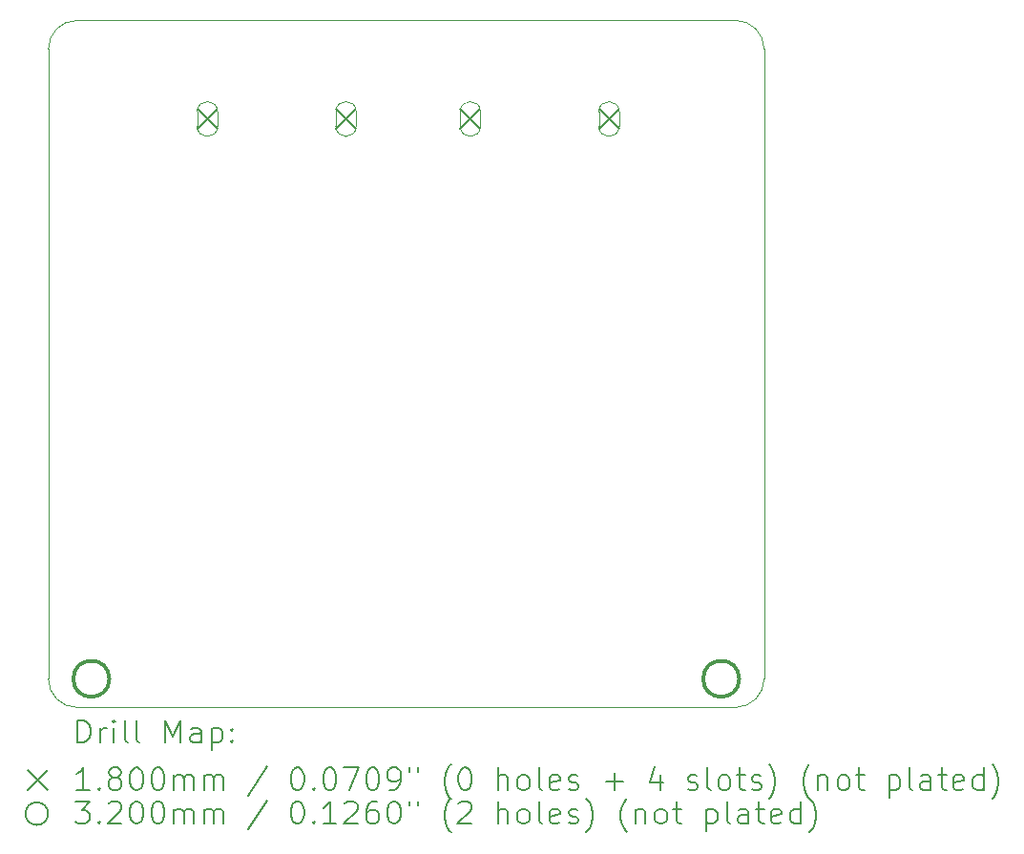
<source format=gbr>
%TF.GenerationSoftware,KiCad,Pcbnew,8.0.9*%
%TF.CreationDate,2025-03-02T14:16:50+01:00*%
%TF.ProjectId,cjss190,636a7373-3139-4302-9e6b-696361645f70,rev?*%
%TF.SameCoordinates,Original*%
%TF.FileFunction,Drillmap*%
%TF.FilePolarity,Positive*%
%FSLAX45Y45*%
G04 Gerber Fmt 4.5, Leading zero omitted, Abs format (unit mm)*
G04 Created by KiCad (PCBNEW 8.0.9) date 2025-03-02 14:16:50*
%MOMM*%
%LPD*%
G01*
G04 APERTURE LIST*
%ADD10C,0.050000*%
%ADD11C,0.200000*%
%ADD12C,0.180000*%
%ADD13C,0.100000*%
%ADD14C,0.320000*%
G04 APERTURE END LIST*
D10*
X4445000Y-4699000D02*
G75*
G02*
X4699000Y-4445000I254000J0D01*
G01*
X4699000Y-4445000D02*
X10541000Y-4445000D01*
X10795000Y-4699000D02*
X10795000Y-10287000D01*
X4699000Y-10541000D02*
G75*
G02*
X4445000Y-10287000I0J254000D01*
G01*
X4445000Y-10287000D02*
X4445000Y-4699000D01*
X10541000Y-4445000D02*
G75*
G02*
X10795000Y-4699000I0J-254000D01*
G01*
X10541000Y-10541000D02*
X4699000Y-10541000D01*
X10795000Y-10287000D02*
G75*
G02*
X10541000Y-10541000I-254000J0D01*
G01*
D11*
D12*
X5766000Y-5230000D02*
X5946000Y-5410000D01*
X5946000Y-5230000D02*
X5766000Y-5410000D01*
D13*
X5946000Y-5385000D02*
X5946000Y-5255000D01*
X5766000Y-5255000D02*
G75*
G02*
X5946000Y-5255000I90000J0D01*
G01*
X5766000Y-5255000D02*
X5766000Y-5385000D01*
X5766000Y-5385000D02*
G75*
G03*
X5946000Y-5385000I90000J0D01*
G01*
D12*
X6996000Y-5230000D02*
X7176000Y-5410000D01*
X7176000Y-5230000D02*
X6996000Y-5410000D01*
D13*
X7176000Y-5385000D02*
X7176000Y-5255000D01*
X6996000Y-5255000D02*
G75*
G02*
X7176000Y-5255000I90000J0D01*
G01*
X6996000Y-5255000D02*
X6996000Y-5385000D01*
X6996000Y-5385000D02*
G75*
G03*
X7176000Y-5385000I90000J0D01*
G01*
D12*
X8098975Y-5230000D02*
X8278975Y-5410000D01*
X8278975Y-5230000D02*
X8098975Y-5410000D01*
D13*
X8278975Y-5385000D02*
X8278975Y-5255000D01*
X8098975Y-5255000D02*
G75*
G02*
X8278975Y-5255000I90000J0D01*
G01*
X8098975Y-5255000D02*
X8098975Y-5385000D01*
X8098975Y-5385000D02*
G75*
G03*
X8278975Y-5385000I90000J0D01*
G01*
D12*
X9328975Y-5230000D02*
X9508975Y-5410000D01*
X9508975Y-5230000D02*
X9328975Y-5410000D01*
D13*
X9508975Y-5385000D02*
X9508975Y-5255000D01*
X9328975Y-5255000D02*
G75*
G02*
X9508975Y-5255000I90000J0D01*
G01*
X9328975Y-5255000D02*
X9328975Y-5385000D01*
X9328975Y-5385000D02*
G75*
G03*
X9508975Y-5385000I90000J0D01*
G01*
D14*
X4986000Y-10287000D02*
G75*
G02*
X4666000Y-10287000I-160000J0D01*
G01*
X4666000Y-10287000D02*
G75*
G02*
X4986000Y-10287000I160000J0D01*
G01*
X10574000Y-10287000D02*
G75*
G02*
X10254000Y-10287000I-160000J0D01*
G01*
X10254000Y-10287000D02*
G75*
G02*
X10574000Y-10287000I160000J0D01*
G01*
D11*
X4703277Y-10854984D02*
X4703277Y-10654984D01*
X4703277Y-10654984D02*
X4750896Y-10654984D01*
X4750896Y-10654984D02*
X4779467Y-10664508D01*
X4779467Y-10664508D02*
X4798515Y-10683555D01*
X4798515Y-10683555D02*
X4808039Y-10702603D01*
X4808039Y-10702603D02*
X4817563Y-10740698D01*
X4817563Y-10740698D02*
X4817563Y-10769270D01*
X4817563Y-10769270D02*
X4808039Y-10807365D01*
X4808039Y-10807365D02*
X4798515Y-10826412D01*
X4798515Y-10826412D02*
X4779467Y-10845460D01*
X4779467Y-10845460D02*
X4750896Y-10854984D01*
X4750896Y-10854984D02*
X4703277Y-10854984D01*
X4903277Y-10854984D02*
X4903277Y-10721650D01*
X4903277Y-10759746D02*
X4912801Y-10740698D01*
X4912801Y-10740698D02*
X4922324Y-10731174D01*
X4922324Y-10731174D02*
X4941372Y-10721650D01*
X4941372Y-10721650D02*
X4960420Y-10721650D01*
X5027086Y-10854984D02*
X5027086Y-10721650D01*
X5027086Y-10654984D02*
X5017563Y-10664508D01*
X5017563Y-10664508D02*
X5027086Y-10674031D01*
X5027086Y-10674031D02*
X5036610Y-10664508D01*
X5036610Y-10664508D02*
X5027086Y-10654984D01*
X5027086Y-10654984D02*
X5027086Y-10674031D01*
X5150896Y-10854984D02*
X5131848Y-10845460D01*
X5131848Y-10845460D02*
X5122324Y-10826412D01*
X5122324Y-10826412D02*
X5122324Y-10654984D01*
X5255658Y-10854984D02*
X5236610Y-10845460D01*
X5236610Y-10845460D02*
X5227086Y-10826412D01*
X5227086Y-10826412D02*
X5227086Y-10654984D01*
X5484229Y-10854984D02*
X5484229Y-10654984D01*
X5484229Y-10654984D02*
X5550896Y-10797841D01*
X5550896Y-10797841D02*
X5617562Y-10654984D01*
X5617562Y-10654984D02*
X5617562Y-10854984D01*
X5798515Y-10854984D02*
X5798515Y-10750222D01*
X5798515Y-10750222D02*
X5788991Y-10731174D01*
X5788991Y-10731174D02*
X5769943Y-10721650D01*
X5769943Y-10721650D02*
X5731848Y-10721650D01*
X5731848Y-10721650D02*
X5712801Y-10731174D01*
X5798515Y-10845460D02*
X5779467Y-10854984D01*
X5779467Y-10854984D02*
X5731848Y-10854984D01*
X5731848Y-10854984D02*
X5712801Y-10845460D01*
X5712801Y-10845460D02*
X5703277Y-10826412D01*
X5703277Y-10826412D02*
X5703277Y-10807365D01*
X5703277Y-10807365D02*
X5712801Y-10788317D01*
X5712801Y-10788317D02*
X5731848Y-10778793D01*
X5731848Y-10778793D02*
X5779467Y-10778793D01*
X5779467Y-10778793D02*
X5798515Y-10769270D01*
X5893753Y-10721650D02*
X5893753Y-10921650D01*
X5893753Y-10731174D02*
X5912801Y-10721650D01*
X5912801Y-10721650D02*
X5950896Y-10721650D01*
X5950896Y-10721650D02*
X5969943Y-10731174D01*
X5969943Y-10731174D02*
X5979467Y-10740698D01*
X5979467Y-10740698D02*
X5988991Y-10759746D01*
X5988991Y-10759746D02*
X5988991Y-10816889D01*
X5988991Y-10816889D02*
X5979467Y-10835936D01*
X5979467Y-10835936D02*
X5969943Y-10845460D01*
X5969943Y-10845460D02*
X5950896Y-10854984D01*
X5950896Y-10854984D02*
X5912801Y-10854984D01*
X5912801Y-10854984D02*
X5893753Y-10845460D01*
X6074705Y-10835936D02*
X6084229Y-10845460D01*
X6084229Y-10845460D02*
X6074705Y-10854984D01*
X6074705Y-10854984D02*
X6065182Y-10845460D01*
X6065182Y-10845460D02*
X6074705Y-10835936D01*
X6074705Y-10835936D02*
X6074705Y-10854984D01*
X6074705Y-10731174D02*
X6084229Y-10740698D01*
X6084229Y-10740698D02*
X6074705Y-10750222D01*
X6074705Y-10750222D02*
X6065182Y-10740698D01*
X6065182Y-10740698D02*
X6074705Y-10731174D01*
X6074705Y-10731174D02*
X6074705Y-10750222D01*
D12*
X4262500Y-11093500D02*
X4442500Y-11273500D01*
X4442500Y-11093500D02*
X4262500Y-11273500D01*
D11*
X4808039Y-11274984D02*
X4693753Y-11274984D01*
X4750896Y-11274984D02*
X4750896Y-11074984D01*
X4750896Y-11074984D02*
X4731848Y-11103555D01*
X4731848Y-11103555D02*
X4712801Y-11122603D01*
X4712801Y-11122603D02*
X4693753Y-11132127D01*
X4893753Y-11255936D02*
X4903277Y-11265460D01*
X4903277Y-11265460D02*
X4893753Y-11274984D01*
X4893753Y-11274984D02*
X4884229Y-11265460D01*
X4884229Y-11265460D02*
X4893753Y-11255936D01*
X4893753Y-11255936D02*
X4893753Y-11274984D01*
X5017563Y-11160698D02*
X4998515Y-11151174D01*
X4998515Y-11151174D02*
X4988991Y-11141650D01*
X4988991Y-11141650D02*
X4979467Y-11122603D01*
X4979467Y-11122603D02*
X4979467Y-11113079D01*
X4979467Y-11113079D02*
X4988991Y-11094031D01*
X4988991Y-11094031D02*
X4998515Y-11084508D01*
X4998515Y-11084508D02*
X5017563Y-11074984D01*
X5017563Y-11074984D02*
X5055658Y-11074984D01*
X5055658Y-11074984D02*
X5074705Y-11084508D01*
X5074705Y-11084508D02*
X5084229Y-11094031D01*
X5084229Y-11094031D02*
X5093753Y-11113079D01*
X5093753Y-11113079D02*
X5093753Y-11122603D01*
X5093753Y-11122603D02*
X5084229Y-11141650D01*
X5084229Y-11141650D02*
X5074705Y-11151174D01*
X5074705Y-11151174D02*
X5055658Y-11160698D01*
X5055658Y-11160698D02*
X5017563Y-11160698D01*
X5017563Y-11160698D02*
X4998515Y-11170222D01*
X4998515Y-11170222D02*
X4988991Y-11179746D01*
X4988991Y-11179746D02*
X4979467Y-11198793D01*
X4979467Y-11198793D02*
X4979467Y-11236888D01*
X4979467Y-11236888D02*
X4988991Y-11255936D01*
X4988991Y-11255936D02*
X4998515Y-11265460D01*
X4998515Y-11265460D02*
X5017563Y-11274984D01*
X5017563Y-11274984D02*
X5055658Y-11274984D01*
X5055658Y-11274984D02*
X5074705Y-11265460D01*
X5074705Y-11265460D02*
X5084229Y-11255936D01*
X5084229Y-11255936D02*
X5093753Y-11236888D01*
X5093753Y-11236888D02*
X5093753Y-11198793D01*
X5093753Y-11198793D02*
X5084229Y-11179746D01*
X5084229Y-11179746D02*
X5074705Y-11170222D01*
X5074705Y-11170222D02*
X5055658Y-11160698D01*
X5217563Y-11074984D02*
X5236610Y-11074984D01*
X5236610Y-11074984D02*
X5255658Y-11084508D01*
X5255658Y-11084508D02*
X5265182Y-11094031D01*
X5265182Y-11094031D02*
X5274705Y-11113079D01*
X5274705Y-11113079D02*
X5284229Y-11151174D01*
X5284229Y-11151174D02*
X5284229Y-11198793D01*
X5284229Y-11198793D02*
X5274705Y-11236888D01*
X5274705Y-11236888D02*
X5265182Y-11255936D01*
X5265182Y-11255936D02*
X5255658Y-11265460D01*
X5255658Y-11265460D02*
X5236610Y-11274984D01*
X5236610Y-11274984D02*
X5217563Y-11274984D01*
X5217563Y-11274984D02*
X5198515Y-11265460D01*
X5198515Y-11265460D02*
X5188991Y-11255936D01*
X5188991Y-11255936D02*
X5179467Y-11236888D01*
X5179467Y-11236888D02*
X5169944Y-11198793D01*
X5169944Y-11198793D02*
X5169944Y-11151174D01*
X5169944Y-11151174D02*
X5179467Y-11113079D01*
X5179467Y-11113079D02*
X5188991Y-11094031D01*
X5188991Y-11094031D02*
X5198515Y-11084508D01*
X5198515Y-11084508D02*
X5217563Y-11074984D01*
X5408039Y-11074984D02*
X5427086Y-11074984D01*
X5427086Y-11074984D02*
X5446134Y-11084508D01*
X5446134Y-11084508D02*
X5455658Y-11094031D01*
X5455658Y-11094031D02*
X5465182Y-11113079D01*
X5465182Y-11113079D02*
X5474705Y-11151174D01*
X5474705Y-11151174D02*
X5474705Y-11198793D01*
X5474705Y-11198793D02*
X5465182Y-11236888D01*
X5465182Y-11236888D02*
X5455658Y-11255936D01*
X5455658Y-11255936D02*
X5446134Y-11265460D01*
X5446134Y-11265460D02*
X5427086Y-11274984D01*
X5427086Y-11274984D02*
X5408039Y-11274984D01*
X5408039Y-11274984D02*
X5388991Y-11265460D01*
X5388991Y-11265460D02*
X5379467Y-11255936D01*
X5379467Y-11255936D02*
X5369944Y-11236888D01*
X5369944Y-11236888D02*
X5360420Y-11198793D01*
X5360420Y-11198793D02*
X5360420Y-11151174D01*
X5360420Y-11151174D02*
X5369944Y-11113079D01*
X5369944Y-11113079D02*
X5379467Y-11094031D01*
X5379467Y-11094031D02*
X5388991Y-11084508D01*
X5388991Y-11084508D02*
X5408039Y-11074984D01*
X5560420Y-11274984D02*
X5560420Y-11141650D01*
X5560420Y-11160698D02*
X5569944Y-11151174D01*
X5569944Y-11151174D02*
X5588991Y-11141650D01*
X5588991Y-11141650D02*
X5617563Y-11141650D01*
X5617563Y-11141650D02*
X5636610Y-11151174D01*
X5636610Y-11151174D02*
X5646134Y-11170222D01*
X5646134Y-11170222D02*
X5646134Y-11274984D01*
X5646134Y-11170222D02*
X5655658Y-11151174D01*
X5655658Y-11151174D02*
X5674705Y-11141650D01*
X5674705Y-11141650D02*
X5703277Y-11141650D01*
X5703277Y-11141650D02*
X5722324Y-11151174D01*
X5722324Y-11151174D02*
X5731848Y-11170222D01*
X5731848Y-11170222D02*
X5731848Y-11274984D01*
X5827086Y-11274984D02*
X5827086Y-11141650D01*
X5827086Y-11160698D02*
X5836610Y-11151174D01*
X5836610Y-11151174D02*
X5855658Y-11141650D01*
X5855658Y-11141650D02*
X5884229Y-11141650D01*
X5884229Y-11141650D02*
X5903277Y-11151174D01*
X5903277Y-11151174D02*
X5912801Y-11170222D01*
X5912801Y-11170222D02*
X5912801Y-11274984D01*
X5912801Y-11170222D02*
X5922324Y-11151174D01*
X5922324Y-11151174D02*
X5941372Y-11141650D01*
X5941372Y-11141650D02*
X5969943Y-11141650D01*
X5969943Y-11141650D02*
X5988991Y-11151174D01*
X5988991Y-11151174D02*
X5998515Y-11170222D01*
X5998515Y-11170222D02*
X5998515Y-11274984D01*
X6388991Y-11065460D02*
X6217563Y-11322603D01*
X6646134Y-11074984D02*
X6665182Y-11074984D01*
X6665182Y-11074984D02*
X6684229Y-11084508D01*
X6684229Y-11084508D02*
X6693753Y-11094031D01*
X6693753Y-11094031D02*
X6703277Y-11113079D01*
X6703277Y-11113079D02*
X6712801Y-11151174D01*
X6712801Y-11151174D02*
X6712801Y-11198793D01*
X6712801Y-11198793D02*
X6703277Y-11236888D01*
X6703277Y-11236888D02*
X6693753Y-11255936D01*
X6693753Y-11255936D02*
X6684229Y-11265460D01*
X6684229Y-11265460D02*
X6665182Y-11274984D01*
X6665182Y-11274984D02*
X6646134Y-11274984D01*
X6646134Y-11274984D02*
X6627086Y-11265460D01*
X6627086Y-11265460D02*
X6617563Y-11255936D01*
X6617563Y-11255936D02*
X6608039Y-11236888D01*
X6608039Y-11236888D02*
X6598515Y-11198793D01*
X6598515Y-11198793D02*
X6598515Y-11151174D01*
X6598515Y-11151174D02*
X6608039Y-11113079D01*
X6608039Y-11113079D02*
X6617563Y-11094031D01*
X6617563Y-11094031D02*
X6627086Y-11084508D01*
X6627086Y-11084508D02*
X6646134Y-11074984D01*
X6798515Y-11255936D02*
X6808039Y-11265460D01*
X6808039Y-11265460D02*
X6798515Y-11274984D01*
X6798515Y-11274984D02*
X6788991Y-11265460D01*
X6788991Y-11265460D02*
X6798515Y-11255936D01*
X6798515Y-11255936D02*
X6798515Y-11274984D01*
X6931848Y-11074984D02*
X6950896Y-11074984D01*
X6950896Y-11074984D02*
X6969944Y-11084508D01*
X6969944Y-11084508D02*
X6979467Y-11094031D01*
X6979467Y-11094031D02*
X6988991Y-11113079D01*
X6988991Y-11113079D02*
X6998515Y-11151174D01*
X6998515Y-11151174D02*
X6998515Y-11198793D01*
X6998515Y-11198793D02*
X6988991Y-11236888D01*
X6988991Y-11236888D02*
X6979467Y-11255936D01*
X6979467Y-11255936D02*
X6969944Y-11265460D01*
X6969944Y-11265460D02*
X6950896Y-11274984D01*
X6950896Y-11274984D02*
X6931848Y-11274984D01*
X6931848Y-11274984D02*
X6912801Y-11265460D01*
X6912801Y-11265460D02*
X6903277Y-11255936D01*
X6903277Y-11255936D02*
X6893753Y-11236888D01*
X6893753Y-11236888D02*
X6884229Y-11198793D01*
X6884229Y-11198793D02*
X6884229Y-11151174D01*
X6884229Y-11151174D02*
X6893753Y-11113079D01*
X6893753Y-11113079D02*
X6903277Y-11094031D01*
X6903277Y-11094031D02*
X6912801Y-11084508D01*
X6912801Y-11084508D02*
X6931848Y-11074984D01*
X7065182Y-11074984D02*
X7198515Y-11074984D01*
X7198515Y-11074984D02*
X7112801Y-11274984D01*
X7312801Y-11074984D02*
X7331848Y-11074984D01*
X7331848Y-11074984D02*
X7350896Y-11084508D01*
X7350896Y-11084508D02*
X7360420Y-11094031D01*
X7360420Y-11094031D02*
X7369944Y-11113079D01*
X7369944Y-11113079D02*
X7379467Y-11151174D01*
X7379467Y-11151174D02*
X7379467Y-11198793D01*
X7379467Y-11198793D02*
X7369944Y-11236888D01*
X7369944Y-11236888D02*
X7360420Y-11255936D01*
X7360420Y-11255936D02*
X7350896Y-11265460D01*
X7350896Y-11265460D02*
X7331848Y-11274984D01*
X7331848Y-11274984D02*
X7312801Y-11274984D01*
X7312801Y-11274984D02*
X7293753Y-11265460D01*
X7293753Y-11265460D02*
X7284229Y-11255936D01*
X7284229Y-11255936D02*
X7274706Y-11236888D01*
X7274706Y-11236888D02*
X7265182Y-11198793D01*
X7265182Y-11198793D02*
X7265182Y-11151174D01*
X7265182Y-11151174D02*
X7274706Y-11113079D01*
X7274706Y-11113079D02*
X7284229Y-11094031D01*
X7284229Y-11094031D02*
X7293753Y-11084508D01*
X7293753Y-11084508D02*
X7312801Y-11074984D01*
X7474706Y-11274984D02*
X7512801Y-11274984D01*
X7512801Y-11274984D02*
X7531848Y-11265460D01*
X7531848Y-11265460D02*
X7541372Y-11255936D01*
X7541372Y-11255936D02*
X7560420Y-11227365D01*
X7560420Y-11227365D02*
X7569944Y-11189269D01*
X7569944Y-11189269D02*
X7569944Y-11113079D01*
X7569944Y-11113079D02*
X7560420Y-11094031D01*
X7560420Y-11094031D02*
X7550896Y-11084508D01*
X7550896Y-11084508D02*
X7531848Y-11074984D01*
X7531848Y-11074984D02*
X7493753Y-11074984D01*
X7493753Y-11074984D02*
X7474706Y-11084508D01*
X7474706Y-11084508D02*
X7465182Y-11094031D01*
X7465182Y-11094031D02*
X7455658Y-11113079D01*
X7455658Y-11113079D02*
X7455658Y-11160698D01*
X7455658Y-11160698D02*
X7465182Y-11179746D01*
X7465182Y-11179746D02*
X7474706Y-11189269D01*
X7474706Y-11189269D02*
X7493753Y-11198793D01*
X7493753Y-11198793D02*
X7531848Y-11198793D01*
X7531848Y-11198793D02*
X7550896Y-11189269D01*
X7550896Y-11189269D02*
X7560420Y-11179746D01*
X7560420Y-11179746D02*
X7569944Y-11160698D01*
X7646134Y-11074984D02*
X7646134Y-11113079D01*
X7722325Y-11074984D02*
X7722325Y-11113079D01*
X8017563Y-11351174D02*
X8008039Y-11341650D01*
X8008039Y-11341650D02*
X7988991Y-11313079D01*
X7988991Y-11313079D02*
X7979468Y-11294031D01*
X7979468Y-11294031D02*
X7969944Y-11265460D01*
X7969944Y-11265460D02*
X7960420Y-11217841D01*
X7960420Y-11217841D02*
X7960420Y-11179746D01*
X7960420Y-11179746D02*
X7969944Y-11132127D01*
X7969944Y-11132127D02*
X7979468Y-11103555D01*
X7979468Y-11103555D02*
X7988991Y-11084508D01*
X7988991Y-11084508D02*
X8008039Y-11055936D01*
X8008039Y-11055936D02*
X8017563Y-11046412D01*
X8131848Y-11074984D02*
X8150896Y-11074984D01*
X8150896Y-11074984D02*
X8169944Y-11084508D01*
X8169944Y-11084508D02*
X8179468Y-11094031D01*
X8179468Y-11094031D02*
X8188991Y-11113079D01*
X8188991Y-11113079D02*
X8198515Y-11151174D01*
X8198515Y-11151174D02*
X8198515Y-11198793D01*
X8198515Y-11198793D02*
X8188991Y-11236888D01*
X8188991Y-11236888D02*
X8179468Y-11255936D01*
X8179468Y-11255936D02*
X8169944Y-11265460D01*
X8169944Y-11265460D02*
X8150896Y-11274984D01*
X8150896Y-11274984D02*
X8131848Y-11274984D01*
X8131848Y-11274984D02*
X8112801Y-11265460D01*
X8112801Y-11265460D02*
X8103277Y-11255936D01*
X8103277Y-11255936D02*
X8093753Y-11236888D01*
X8093753Y-11236888D02*
X8084229Y-11198793D01*
X8084229Y-11198793D02*
X8084229Y-11151174D01*
X8084229Y-11151174D02*
X8093753Y-11113079D01*
X8093753Y-11113079D02*
X8103277Y-11094031D01*
X8103277Y-11094031D02*
X8112801Y-11084508D01*
X8112801Y-11084508D02*
X8131848Y-11074984D01*
X8436611Y-11274984D02*
X8436611Y-11074984D01*
X8522325Y-11274984D02*
X8522325Y-11170222D01*
X8522325Y-11170222D02*
X8512801Y-11151174D01*
X8512801Y-11151174D02*
X8493753Y-11141650D01*
X8493753Y-11141650D02*
X8465182Y-11141650D01*
X8465182Y-11141650D02*
X8446134Y-11151174D01*
X8446134Y-11151174D02*
X8436611Y-11160698D01*
X8646134Y-11274984D02*
X8627087Y-11265460D01*
X8627087Y-11265460D02*
X8617563Y-11255936D01*
X8617563Y-11255936D02*
X8608039Y-11236888D01*
X8608039Y-11236888D02*
X8608039Y-11179746D01*
X8608039Y-11179746D02*
X8617563Y-11160698D01*
X8617563Y-11160698D02*
X8627087Y-11151174D01*
X8627087Y-11151174D02*
X8646134Y-11141650D01*
X8646134Y-11141650D02*
X8674706Y-11141650D01*
X8674706Y-11141650D02*
X8693753Y-11151174D01*
X8693753Y-11151174D02*
X8703277Y-11160698D01*
X8703277Y-11160698D02*
X8712801Y-11179746D01*
X8712801Y-11179746D02*
X8712801Y-11236888D01*
X8712801Y-11236888D02*
X8703277Y-11255936D01*
X8703277Y-11255936D02*
X8693753Y-11265460D01*
X8693753Y-11265460D02*
X8674706Y-11274984D01*
X8674706Y-11274984D02*
X8646134Y-11274984D01*
X8827087Y-11274984D02*
X8808039Y-11265460D01*
X8808039Y-11265460D02*
X8798515Y-11246412D01*
X8798515Y-11246412D02*
X8798515Y-11074984D01*
X8979468Y-11265460D02*
X8960420Y-11274984D01*
X8960420Y-11274984D02*
X8922325Y-11274984D01*
X8922325Y-11274984D02*
X8903277Y-11265460D01*
X8903277Y-11265460D02*
X8893753Y-11246412D01*
X8893753Y-11246412D02*
X8893753Y-11170222D01*
X8893753Y-11170222D02*
X8903277Y-11151174D01*
X8903277Y-11151174D02*
X8922325Y-11141650D01*
X8922325Y-11141650D02*
X8960420Y-11141650D01*
X8960420Y-11141650D02*
X8979468Y-11151174D01*
X8979468Y-11151174D02*
X8988992Y-11170222D01*
X8988992Y-11170222D02*
X8988992Y-11189269D01*
X8988992Y-11189269D02*
X8893753Y-11208317D01*
X9065182Y-11265460D02*
X9084230Y-11274984D01*
X9084230Y-11274984D02*
X9122325Y-11274984D01*
X9122325Y-11274984D02*
X9141373Y-11265460D01*
X9141373Y-11265460D02*
X9150896Y-11246412D01*
X9150896Y-11246412D02*
X9150896Y-11236888D01*
X9150896Y-11236888D02*
X9141373Y-11217841D01*
X9141373Y-11217841D02*
X9122325Y-11208317D01*
X9122325Y-11208317D02*
X9093753Y-11208317D01*
X9093753Y-11208317D02*
X9074706Y-11198793D01*
X9074706Y-11198793D02*
X9065182Y-11179746D01*
X9065182Y-11179746D02*
X9065182Y-11170222D01*
X9065182Y-11170222D02*
X9074706Y-11151174D01*
X9074706Y-11151174D02*
X9093753Y-11141650D01*
X9093753Y-11141650D02*
X9122325Y-11141650D01*
X9122325Y-11141650D02*
X9141373Y-11151174D01*
X9388992Y-11198793D02*
X9541373Y-11198793D01*
X9465182Y-11274984D02*
X9465182Y-11122603D01*
X9874706Y-11141650D02*
X9874706Y-11274984D01*
X9827087Y-11065460D02*
X9779468Y-11208317D01*
X9779468Y-11208317D02*
X9903277Y-11208317D01*
X10122325Y-11265460D02*
X10141373Y-11274984D01*
X10141373Y-11274984D02*
X10179468Y-11274984D01*
X10179468Y-11274984D02*
X10198516Y-11265460D01*
X10198516Y-11265460D02*
X10208039Y-11246412D01*
X10208039Y-11246412D02*
X10208039Y-11236888D01*
X10208039Y-11236888D02*
X10198516Y-11217841D01*
X10198516Y-11217841D02*
X10179468Y-11208317D01*
X10179468Y-11208317D02*
X10150896Y-11208317D01*
X10150896Y-11208317D02*
X10131849Y-11198793D01*
X10131849Y-11198793D02*
X10122325Y-11179746D01*
X10122325Y-11179746D02*
X10122325Y-11170222D01*
X10122325Y-11170222D02*
X10131849Y-11151174D01*
X10131849Y-11151174D02*
X10150896Y-11141650D01*
X10150896Y-11141650D02*
X10179468Y-11141650D01*
X10179468Y-11141650D02*
X10198516Y-11151174D01*
X10322325Y-11274984D02*
X10303277Y-11265460D01*
X10303277Y-11265460D02*
X10293754Y-11246412D01*
X10293754Y-11246412D02*
X10293754Y-11074984D01*
X10427087Y-11274984D02*
X10408039Y-11265460D01*
X10408039Y-11265460D02*
X10398516Y-11255936D01*
X10398516Y-11255936D02*
X10388992Y-11236888D01*
X10388992Y-11236888D02*
X10388992Y-11179746D01*
X10388992Y-11179746D02*
X10398516Y-11160698D01*
X10398516Y-11160698D02*
X10408039Y-11151174D01*
X10408039Y-11151174D02*
X10427087Y-11141650D01*
X10427087Y-11141650D02*
X10455658Y-11141650D01*
X10455658Y-11141650D02*
X10474706Y-11151174D01*
X10474706Y-11151174D02*
X10484230Y-11160698D01*
X10484230Y-11160698D02*
X10493754Y-11179746D01*
X10493754Y-11179746D02*
X10493754Y-11236888D01*
X10493754Y-11236888D02*
X10484230Y-11255936D01*
X10484230Y-11255936D02*
X10474706Y-11265460D01*
X10474706Y-11265460D02*
X10455658Y-11274984D01*
X10455658Y-11274984D02*
X10427087Y-11274984D01*
X10550897Y-11141650D02*
X10627087Y-11141650D01*
X10579468Y-11074984D02*
X10579468Y-11246412D01*
X10579468Y-11246412D02*
X10588992Y-11265460D01*
X10588992Y-11265460D02*
X10608039Y-11274984D01*
X10608039Y-11274984D02*
X10627087Y-11274984D01*
X10684230Y-11265460D02*
X10703277Y-11274984D01*
X10703277Y-11274984D02*
X10741373Y-11274984D01*
X10741373Y-11274984D02*
X10760420Y-11265460D01*
X10760420Y-11265460D02*
X10769944Y-11246412D01*
X10769944Y-11246412D02*
X10769944Y-11236888D01*
X10769944Y-11236888D02*
X10760420Y-11217841D01*
X10760420Y-11217841D02*
X10741373Y-11208317D01*
X10741373Y-11208317D02*
X10712801Y-11208317D01*
X10712801Y-11208317D02*
X10693754Y-11198793D01*
X10693754Y-11198793D02*
X10684230Y-11179746D01*
X10684230Y-11179746D02*
X10684230Y-11170222D01*
X10684230Y-11170222D02*
X10693754Y-11151174D01*
X10693754Y-11151174D02*
X10712801Y-11141650D01*
X10712801Y-11141650D02*
X10741373Y-11141650D01*
X10741373Y-11141650D02*
X10760420Y-11151174D01*
X10836611Y-11351174D02*
X10846135Y-11341650D01*
X10846135Y-11341650D02*
X10865182Y-11313079D01*
X10865182Y-11313079D02*
X10874706Y-11294031D01*
X10874706Y-11294031D02*
X10884230Y-11265460D01*
X10884230Y-11265460D02*
X10893754Y-11217841D01*
X10893754Y-11217841D02*
X10893754Y-11179746D01*
X10893754Y-11179746D02*
X10884230Y-11132127D01*
X10884230Y-11132127D02*
X10874706Y-11103555D01*
X10874706Y-11103555D02*
X10865182Y-11084508D01*
X10865182Y-11084508D02*
X10846135Y-11055936D01*
X10846135Y-11055936D02*
X10836611Y-11046412D01*
X11198516Y-11351174D02*
X11188992Y-11341650D01*
X11188992Y-11341650D02*
X11169944Y-11313079D01*
X11169944Y-11313079D02*
X11160420Y-11294031D01*
X11160420Y-11294031D02*
X11150897Y-11265460D01*
X11150897Y-11265460D02*
X11141373Y-11217841D01*
X11141373Y-11217841D02*
X11141373Y-11179746D01*
X11141373Y-11179746D02*
X11150897Y-11132127D01*
X11150897Y-11132127D02*
X11160420Y-11103555D01*
X11160420Y-11103555D02*
X11169944Y-11084508D01*
X11169944Y-11084508D02*
X11188992Y-11055936D01*
X11188992Y-11055936D02*
X11198516Y-11046412D01*
X11274706Y-11141650D02*
X11274706Y-11274984D01*
X11274706Y-11160698D02*
X11284230Y-11151174D01*
X11284230Y-11151174D02*
X11303277Y-11141650D01*
X11303277Y-11141650D02*
X11331849Y-11141650D01*
X11331849Y-11141650D02*
X11350896Y-11151174D01*
X11350896Y-11151174D02*
X11360420Y-11170222D01*
X11360420Y-11170222D02*
X11360420Y-11274984D01*
X11484230Y-11274984D02*
X11465182Y-11265460D01*
X11465182Y-11265460D02*
X11455658Y-11255936D01*
X11455658Y-11255936D02*
X11446135Y-11236888D01*
X11446135Y-11236888D02*
X11446135Y-11179746D01*
X11446135Y-11179746D02*
X11455658Y-11160698D01*
X11455658Y-11160698D02*
X11465182Y-11151174D01*
X11465182Y-11151174D02*
X11484230Y-11141650D01*
X11484230Y-11141650D02*
X11512801Y-11141650D01*
X11512801Y-11141650D02*
X11531849Y-11151174D01*
X11531849Y-11151174D02*
X11541373Y-11160698D01*
X11541373Y-11160698D02*
X11550896Y-11179746D01*
X11550896Y-11179746D02*
X11550896Y-11236888D01*
X11550896Y-11236888D02*
X11541373Y-11255936D01*
X11541373Y-11255936D02*
X11531849Y-11265460D01*
X11531849Y-11265460D02*
X11512801Y-11274984D01*
X11512801Y-11274984D02*
X11484230Y-11274984D01*
X11608039Y-11141650D02*
X11684230Y-11141650D01*
X11636611Y-11074984D02*
X11636611Y-11246412D01*
X11636611Y-11246412D02*
X11646135Y-11265460D01*
X11646135Y-11265460D02*
X11665182Y-11274984D01*
X11665182Y-11274984D02*
X11684230Y-11274984D01*
X11903277Y-11141650D02*
X11903277Y-11341650D01*
X11903277Y-11151174D02*
X11922325Y-11141650D01*
X11922325Y-11141650D02*
X11960420Y-11141650D01*
X11960420Y-11141650D02*
X11979468Y-11151174D01*
X11979468Y-11151174D02*
X11988992Y-11160698D01*
X11988992Y-11160698D02*
X11998516Y-11179746D01*
X11998516Y-11179746D02*
X11998516Y-11236888D01*
X11998516Y-11236888D02*
X11988992Y-11255936D01*
X11988992Y-11255936D02*
X11979468Y-11265460D01*
X11979468Y-11265460D02*
X11960420Y-11274984D01*
X11960420Y-11274984D02*
X11922325Y-11274984D01*
X11922325Y-11274984D02*
X11903277Y-11265460D01*
X12112801Y-11274984D02*
X12093754Y-11265460D01*
X12093754Y-11265460D02*
X12084230Y-11246412D01*
X12084230Y-11246412D02*
X12084230Y-11074984D01*
X12274706Y-11274984D02*
X12274706Y-11170222D01*
X12274706Y-11170222D02*
X12265182Y-11151174D01*
X12265182Y-11151174D02*
X12246135Y-11141650D01*
X12246135Y-11141650D02*
X12208039Y-11141650D01*
X12208039Y-11141650D02*
X12188992Y-11151174D01*
X12274706Y-11265460D02*
X12255658Y-11274984D01*
X12255658Y-11274984D02*
X12208039Y-11274984D01*
X12208039Y-11274984D02*
X12188992Y-11265460D01*
X12188992Y-11265460D02*
X12179468Y-11246412D01*
X12179468Y-11246412D02*
X12179468Y-11227365D01*
X12179468Y-11227365D02*
X12188992Y-11208317D01*
X12188992Y-11208317D02*
X12208039Y-11198793D01*
X12208039Y-11198793D02*
X12255658Y-11198793D01*
X12255658Y-11198793D02*
X12274706Y-11189269D01*
X12341373Y-11141650D02*
X12417563Y-11141650D01*
X12369944Y-11074984D02*
X12369944Y-11246412D01*
X12369944Y-11246412D02*
X12379468Y-11265460D01*
X12379468Y-11265460D02*
X12398516Y-11274984D01*
X12398516Y-11274984D02*
X12417563Y-11274984D01*
X12560420Y-11265460D02*
X12541373Y-11274984D01*
X12541373Y-11274984D02*
X12503277Y-11274984D01*
X12503277Y-11274984D02*
X12484230Y-11265460D01*
X12484230Y-11265460D02*
X12474706Y-11246412D01*
X12474706Y-11246412D02*
X12474706Y-11170222D01*
X12474706Y-11170222D02*
X12484230Y-11151174D01*
X12484230Y-11151174D02*
X12503277Y-11141650D01*
X12503277Y-11141650D02*
X12541373Y-11141650D01*
X12541373Y-11141650D02*
X12560420Y-11151174D01*
X12560420Y-11151174D02*
X12569944Y-11170222D01*
X12569944Y-11170222D02*
X12569944Y-11189269D01*
X12569944Y-11189269D02*
X12474706Y-11208317D01*
X12741373Y-11274984D02*
X12741373Y-11074984D01*
X12741373Y-11265460D02*
X12722325Y-11274984D01*
X12722325Y-11274984D02*
X12684230Y-11274984D01*
X12684230Y-11274984D02*
X12665182Y-11265460D01*
X12665182Y-11265460D02*
X12655658Y-11255936D01*
X12655658Y-11255936D02*
X12646135Y-11236888D01*
X12646135Y-11236888D02*
X12646135Y-11179746D01*
X12646135Y-11179746D02*
X12655658Y-11160698D01*
X12655658Y-11160698D02*
X12665182Y-11151174D01*
X12665182Y-11151174D02*
X12684230Y-11141650D01*
X12684230Y-11141650D02*
X12722325Y-11141650D01*
X12722325Y-11141650D02*
X12741373Y-11151174D01*
X12817563Y-11351174D02*
X12827087Y-11341650D01*
X12827087Y-11341650D02*
X12846135Y-11313079D01*
X12846135Y-11313079D02*
X12855658Y-11294031D01*
X12855658Y-11294031D02*
X12865182Y-11265460D01*
X12865182Y-11265460D02*
X12874706Y-11217841D01*
X12874706Y-11217841D02*
X12874706Y-11179746D01*
X12874706Y-11179746D02*
X12865182Y-11132127D01*
X12865182Y-11132127D02*
X12855658Y-11103555D01*
X12855658Y-11103555D02*
X12846135Y-11084508D01*
X12846135Y-11084508D02*
X12827087Y-11055936D01*
X12827087Y-11055936D02*
X12817563Y-11046412D01*
X4442500Y-11483500D02*
G75*
G02*
X4242500Y-11483500I-100000J0D01*
G01*
X4242500Y-11483500D02*
G75*
G02*
X4442500Y-11483500I100000J0D01*
G01*
X4684229Y-11374984D02*
X4808039Y-11374984D01*
X4808039Y-11374984D02*
X4741372Y-11451174D01*
X4741372Y-11451174D02*
X4769944Y-11451174D01*
X4769944Y-11451174D02*
X4788991Y-11460698D01*
X4788991Y-11460698D02*
X4798515Y-11470222D01*
X4798515Y-11470222D02*
X4808039Y-11489269D01*
X4808039Y-11489269D02*
X4808039Y-11536888D01*
X4808039Y-11536888D02*
X4798515Y-11555936D01*
X4798515Y-11555936D02*
X4788991Y-11565460D01*
X4788991Y-11565460D02*
X4769944Y-11574984D01*
X4769944Y-11574984D02*
X4712801Y-11574984D01*
X4712801Y-11574984D02*
X4693753Y-11565460D01*
X4693753Y-11565460D02*
X4684229Y-11555936D01*
X4893753Y-11555936D02*
X4903277Y-11565460D01*
X4903277Y-11565460D02*
X4893753Y-11574984D01*
X4893753Y-11574984D02*
X4884229Y-11565460D01*
X4884229Y-11565460D02*
X4893753Y-11555936D01*
X4893753Y-11555936D02*
X4893753Y-11574984D01*
X4979467Y-11394031D02*
X4988991Y-11384508D01*
X4988991Y-11384508D02*
X5008039Y-11374984D01*
X5008039Y-11374984D02*
X5055658Y-11374984D01*
X5055658Y-11374984D02*
X5074705Y-11384508D01*
X5074705Y-11384508D02*
X5084229Y-11394031D01*
X5084229Y-11394031D02*
X5093753Y-11413079D01*
X5093753Y-11413079D02*
X5093753Y-11432127D01*
X5093753Y-11432127D02*
X5084229Y-11460698D01*
X5084229Y-11460698D02*
X4969944Y-11574984D01*
X4969944Y-11574984D02*
X5093753Y-11574984D01*
X5217563Y-11374984D02*
X5236610Y-11374984D01*
X5236610Y-11374984D02*
X5255658Y-11384508D01*
X5255658Y-11384508D02*
X5265182Y-11394031D01*
X5265182Y-11394031D02*
X5274705Y-11413079D01*
X5274705Y-11413079D02*
X5284229Y-11451174D01*
X5284229Y-11451174D02*
X5284229Y-11498793D01*
X5284229Y-11498793D02*
X5274705Y-11536888D01*
X5274705Y-11536888D02*
X5265182Y-11555936D01*
X5265182Y-11555936D02*
X5255658Y-11565460D01*
X5255658Y-11565460D02*
X5236610Y-11574984D01*
X5236610Y-11574984D02*
X5217563Y-11574984D01*
X5217563Y-11574984D02*
X5198515Y-11565460D01*
X5198515Y-11565460D02*
X5188991Y-11555936D01*
X5188991Y-11555936D02*
X5179467Y-11536888D01*
X5179467Y-11536888D02*
X5169944Y-11498793D01*
X5169944Y-11498793D02*
X5169944Y-11451174D01*
X5169944Y-11451174D02*
X5179467Y-11413079D01*
X5179467Y-11413079D02*
X5188991Y-11394031D01*
X5188991Y-11394031D02*
X5198515Y-11384508D01*
X5198515Y-11384508D02*
X5217563Y-11374984D01*
X5408039Y-11374984D02*
X5427086Y-11374984D01*
X5427086Y-11374984D02*
X5446134Y-11384508D01*
X5446134Y-11384508D02*
X5455658Y-11394031D01*
X5455658Y-11394031D02*
X5465182Y-11413079D01*
X5465182Y-11413079D02*
X5474705Y-11451174D01*
X5474705Y-11451174D02*
X5474705Y-11498793D01*
X5474705Y-11498793D02*
X5465182Y-11536888D01*
X5465182Y-11536888D02*
X5455658Y-11555936D01*
X5455658Y-11555936D02*
X5446134Y-11565460D01*
X5446134Y-11565460D02*
X5427086Y-11574984D01*
X5427086Y-11574984D02*
X5408039Y-11574984D01*
X5408039Y-11574984D02*
X5388991Y-11565460D01*
X5388991Y-11565460D02*
X5379467Y-11555936D01*
X5379467Y-11555936D02*
X5369944Y-11536888D01*
X5369944Y-11536888D02*
X5360420Y-11498793D01*
X5360420Y-11498793D02*
X5360420Y-11451174D01*
X5360420Y-11451174D02*
X5369944Y-11413079D01*
X5369944Y-11413079D02*
X5379467Y-11394031D01*
X5379467Y-11394031D02*
X5388991Y-11384508D01*
X5388991Y-11384508D02*
X5408039Y-11374984D01*
X5560420Y-11574984D02*
X5560420Y-11441650D01*
X5560420Y-11460698D02*
X5569944Y-11451174D01*
X5569944Y-11451174D02*
X5588991Y-11441650D01*
X5588991Y-11441650D02*
X5617563Y-11441650D01*
X5617563Y-11441650D02*
X5636610Y-11451174D01*
X5636610Y-11451174D02*
X5646134Y-11470222D01*
X5646134Y-11470222D02*
X5646134Y-11574984D01*
X5646134Y-11470222D02*
X5655658Y-11451174D01*
X5655658Y-11451174D02*
X5674705Y-11441650D01*
X5674705Y-11441650D02*
X5703277Y-11441650D01*
X5703277Y-11441650D02*
X5722324Y-11451174D01*
X5722324Y-11451174D02*
X5731848Y-11470222D01*
X5731848Y-11470222D02*
X5731848Y-11574984D01*
X5827086Y-11574984D02*
X5827086Y-11441650D01*
X5827086Y-11460698D02*
X5836610Y-11451174D01*
X5836610Y-11451174D02*
X5855658Y-11441650D01*
X5855658Y-11441650D02*
X5884229Y-11441650D01*
X5884229Y-11441650D02*
X5903277Y-11451174D01*
X5903277Y-11451174D02*
X5912801Y-11470222D01*
X5912801Y-11470222D02*
X5912801Y-11574984D01*
X5912801Y-11470222D02*
X5922324Y-11451174D01*
X5922324Y-11451174D02*
X5941372Y-11441650D01*
X5941372Y-11441650D02*
X5969943Y-11441650D01*
X5969943Y-11441650D02*
X5988991Y-11451174D01*
X5988991Y-11451174D02*
X5998515Y-11470222D01*
X5998515Y-11470222D02*
X5998515Y-11574984D01*
X6388991Y-11365460D02*
X6217563Y-11622603D01*
X6646134Y-11374984D02*
X6665182Y-11374984D01*
X6665182Y-11374984D02*
X6684229Y-11384508D01*
X6684229Y-11384508D02*
X6693753Y-11394031D01*
X6693753Y-11394031D02*
X6703277Y-11413079D01*
X6703277Y-11413079D02*
X6712801Y-11451174D01*
X6712801Y-11451174D02*
X6712801Y-11498793D01*
X6712801Y-11498793D02*
X6703277Y-11536888D01*
X6703277Y-11536888D02*
X6693753Y-11555936D01*
X6693753Y-11555936D02*
X6684229Y-11565460D01*
X6684229Y-11565460D02*
X6665182Y-11574984D01*
X6665182Y-11574984D02*
X6646134Y-11574984D01*
X6646134Y-11574984D02*
X6627086Y-11565460D01*
X6627086Y-11565460D02*
X6617563Y-11555936D01*
X6617563Y-11555936D02*
X6608039Y-11536888D01*
X6608039Y-11536888D02*
X6598515Y-11498793D01*
X6598515Y-11498793D02*
X6598515Y-11451174D01*
X6598515Y-11451174D02*
X6608039Y-11413079D01*
X6608039Y-11413079D02*
X6617563Y-11394031D01*
X6617563Y-11394031D02*
X6627086Y-11384508D01*
X6627086Y-11384508D02*
X6646134Y-11374984D01*
X6798515Y-11555936D02*
X6808039Y-11565460D01*
X6808039Y-11565460D02*
X6798515Y-11574984D01*
X6798515Y-11574984D02*
X6788991Y-11565460D01*
X6788991Y-11565460D02*
X6798515Y-11555936D01*
X6798515Y-11555936D02*
X6798515Y-11574984D01*
X6998515Y-11574984D02*
X6884229Y-11574984D01*
X6941372Y-11574984D02*
X6941372Y-11374984D01*
X6941372Y-11374984D02*
X6922325Y-11403555D01*
X6922325Y-11403555D02*
X6903277Y-11422603D01*
X6903277Y-11422603D02*
X6884229Y-11432127D01*
X7074706Y-11394031D02*
X7084229Y-11384508D01*
X7084229Y-11384508D02*
X7103277Y-11374984D01*
X7103277Y-11374984D02*
X7150896Y-11374984D01*
X7150896Y-11374984D02*
X7169944Y-11384508D01*
X7169944Y-11384508D02*
X7179467Y-11394031D01*
X7179467Y-11394031D02*
X7188991Y-11413079D01*
X7188991Y-11413079D02*
X7188991Y-11432127D01*
X7188991Y-11432127D02*
X7179467Y-11460698D01*
X7179467Y-11460698D02*
X7065182Y-11574984D01*
X7065182Y-11574984D02*
X7188991Y-11574984D01*
X7360420Y-11374984D02*
X7322325Y-11374984D01*
X7322325Y-11374984D02*
X7303277Y-11384508D01*
X7303277Y-11384508D02*
X7293753Y-11394031D01*
X7293753Y-11394031D02*
X7274706Y-11422603D01*
X7274706Y-11422603D02*
X7265182Y-11460698D01*
X7265182Y-11460698D02*
X7265182Y-11536888D01*
X7265182Y-11536888D02*
X7274706Y-11555936D01*
X7274706Y-11555936D02*
X7284229Y-11565460D01*
X7284229Y-11565460D02*
X7303277Y-11574984D01*
X7303277Y-11574984D02*
X7341372Y-11574984D01*
X7341372Y-11574984D02*
X7360420Y-11565460D01*
X7360420Y-11565460D02*
X7369944Y-11555936D01*
X7369944Y-11555936D02*
X7379467Y-11536888D01*
X7379467Y-11536888D02*
X7379467Y-11489269D01*
X7379467Y-11489269D02*
X7369944Y-11470222D01*
X7369944Y-11470222D02*
X7360420Y-11460698D01*
X7360420Y-11460698D02*
X7341372Y-11451174D01*
X7341372Y-11451174D02*
X7303277Y-11451174D01*
X7303277Y-11451174D02*
X7284229Y-11460698D01*
X7284229Y-11460698D02*
X7274706Y-11470222D01*
X7274706Y-11470222D02*
X7265182Y-11489269D01*
X7503277Y-11374984D02*
X7522325Y-11374984D01*
X7522325Y-11374984D02*
X7541372Y-11384508D01*
X7541372Y-11384508D02*
X7550896Y-11394031D01*
X7550896Y-11394031D02*
X7560420Y-11413079D01*
X7560420Y-11413079D02*
X7569944Y-11451174D01*
X7569944Y-11451174D02*
X7569944Y-11498793D01*
X7569944Y-11498793D02*
X7560420Y-11536888D01*
X7560420Y-11536888D02*
X7550896Y-11555936D01*
X7550896Y-11555936D02*
X7541372Y-11565460D01*
X7541372Y-11565460D02*
X7522325Y-11574984D01*
X7522325Y-11574984D02*
X7503277Y-11574984D01*
X7503277Y-11574984D02*
X7484229Y-11565460D01*
X7484229Y-11565460D02*
X7474706Y-11555936D01*
X7474706Y-11555936D02*
X7465182Y-11536888D01*
X7465182Y-11536888D02*
X7455658Y-11498793D01*
X7455658Y-11498793D02*
X7455658Y-11451174D01*
X7455658Y-11451174D02*
X7465182Y-11413079D01*
X7465182Y-11413079D02*
X7474706Y-11394031D01*
X7474706Y-11394031D02*
X7484229Y-11384508D01*
X7484229Y-11384508D02*
X7503277Y-11374984D01*
X7646134Y-11374984D02*
X7646134Y-11413079D01*
X7722325Y-11374984D02*
X7722325Y-11413079D01*
X8017563Y-11651174D02*
X8008039Y-11641650D01*
X8008039Y-11641650D02*
X7988991Y-11613079D01*
X7988991Y-11613079D02*
X7979468Y-11594031D01*
X7979468Y-11594031D02*
X7969944Y-11565460D01*
X7969944Y-11565460D02*
X7960420Y-11517841D01*
X7960420Y-11517841D02*
X7960420Y-11479746D01*
X7960420Y-11479746D02*
X7969944Y-11432127D01*
X7969944Y-11432127D02*
X7979468Y-11403555D01*
X7979468Y-11403555D02*
X7988991Y-11384508D01*
X7988991Y-11384508D02*
X8008039Y-11355936D01*
X8008039Y-11355936D02*
X8017563Y-11346412D01*
X8084229Y-11394031D02*
X8093753Y-11384508D01*
X8093753Y-11384508D02*
X8112801Y-11374984D01*
X8112801Y-11374984D02*
X8160420Y-11374984D01*
X8160420Y-11374984D02*
X8179468Y-11384508D01*
X8179468Y-11384508D02*
X8188991Y-11394031D01*
X8188991Y-11394031D02*
X8198515Y-11413079D01*
X8198515Y-11413079D02*
X8198515Y-11432127D01*
X8198515Y-11432127D02*
X8188991Y-11460698D01*
X8188991Y-11460698D02*
X8074706Y-11574984D01*
X8074706Y-11574984D02*
X8198515Y-11574984D01*
X8436611Y-11574984D02*
X8436611Y-11374984D01*
X8522325Y-11574984D02*
X8522325Y-11470222D01*
X8522325Y-11470222D02*
X8512801Y-11451174D01*
X8512801Y-11451174D02*
X8493753Y-11441650D01*
X8493753Y-11441650D02*
X8465182Y-11441650D01*
X8465182Y-11441650D02*
X8446134Y-11451174D01*
X8446134Y-11451174D02*
X8436611Y-11460698D01*
X8646134Y-11574984D02*
X8627087Y-11565460D01*
X8627087Y-11565460D02*
X8617563Y-11555936D01*
X8617563Y-11555936D02*
X8608039Y-11536888D01*
X8608039Y-11536888D02*
X8608039Y-11479746D01*
X8608039Y-11479746D02*
X8617563Y-11460698D01*
X8617563Y-11460698D02*
X8627087Y-11451174D01*
X8627087Y-11451174D02*
X8646134Y-11441650D01*
X8646134Y-11441650D02*
X8674706Y-11441650D01*
X8674706Y-11441650D02*
X8693753Y-11451174D01*
X8693753Y-11451174D02*
X8703277Y-11460698D01*
X8703277Y-11460698D02*
X8712801Y-11479746D01*
X8712801Y-11479746D02*
X8712801Y-11536888D01*
X8712801Y-11536888D02*
X8703277Y-11555936D01*
X8703277Y-11555936D02*
X8693753Y-11565460D01*
X8693753Y-11565460D02*
X8674706Y-11574984D01*
X8674706Y-11574984D02*
X8646134Y-11574984D01*
X8827087Y-11574984D02*
X8808039Y-11565460D01*
X8808039Y-11565460D02*
X8798515Y-11546412D01*
X8798515Y-11546412D02*
X8798515Y-11374984D01*
X8979468Y-11565460D02*
X8960420Y-11574984D01*
X8960420Y-11574984D02*
X8922325Y-11574984D01*
X8922325Y-11574984D02*
X8903277Y-11565460D01*
X8903277Y-11565460D02*
X8893753Y-11546412D01*
X8893753Y-11546412D02*
X8893753Y-11470222D01*
X8893753Y-11470222D02*
X8903277Y-11451174D01*
X8903277Y-11451174D02*
X8922325Y-11441650D01*
X8922325Y-11441650D02*
X8960420Y-11441650D01*
X8960420Y-11441650D02*
X8979468Y-11451174D01*
X8979468Y-11451174D02*
X8988992Y-11470222D01*
X8988992Y-11470222D02*
X8988992Y-11489269D01*
X8988992Y-11489269D02*
X8893753Y-11508317D01*
X9065182Y-11565460D02*
X9084230Y-11574984D01*
X9084230Y-11574984D02*
X9122325Y-11574984D01*
X9122325Y-11574984D02*
X9141373Y-11565460D01*
X9141373Y-11565460D02*
X9150896Y-11546412D01*
X9150896Y-11546412D02*
X9150896Y-11536888D01*
X9150896Y-11536888D02*
X9141373Y-11517841D01*
X9141373Y-11517841D02*
X9122325Y-11508317D01*
X9122325Y-11508317D02*
X9093753Y-11508317D01*
X9093753Y-11508317D02*
X9074706Y-11498793D01*
X9074706Y-11498793D02*
X9065182Y-11479746D01*
X9065182Y-11479746D02*
X9065182Y-11470222D01*
X9065182Y-11470222D02*
X9074706Y-11451174D01*
X9074706Y-11451174D02*
X9093753Y-11441650D01*
X9093753Y-11441650D02*
X9122325Y-11441650D01*
X9122325Y-11441650D02*
X9141373Y-11451174D01*
X9217563Y-11651174D02*
X9227087Y-11641650D01*
X9227087Y-11641650D02*
X9246134Y-11613079D01*
X9246134Y-11613079D02*
X9255658Y-11594031D01*
X9255658Y-11594031D02*
X9265182Y-11565460D01*
X9265182Y-11565460D02*
X9274706Y-11517841D01*
X9274706Y-11517841D02*
X9274706Y-11479746D01*
X9274706Y-11479746D02*
X9265182Y-11432127D01*
X9265182Y-11432127D02*
X9255658Y-11403555D01*
X9255658Y-11403555D02*
X9246134Y-11384508D01*
X9246134Y-11384508D02*
X9227087Y-11355936D01*
X9227087Y-11355936D02*
X9217563Y-11346412D01*
X9579468Y-11651174D02*
X9569944Y-11641650D01*
X9569944Y-11641650D02*
X9550896Y-11613079D01*
X9550896Y-11613079D02*
X9541373Y-11594031D01*
X9541373Y-11594031D02*
X9531849Y-11565460D01*
X9531849Y-11565460D02*
X9522325Y-11517841D01*
X9522325Y-11517841D02*
X9522325Y-11479746D01*
X9522325Y-11479746D02*
X9531849Y-11432127D01*
X9531849Y-11432127D02*
X9541373Y-11403555D01*
X9541373Y-11403555D02*
X9550896Y-11384508D01*
X9550896Y-11384508D02*
X9569944Y-11355936D01*
X9569944Y-11355936D02*
X9579468Y-11346412D01*
X9655658Y-11441650D02*
X9655658Y-11574984D01*
X9655658Y-11460698D02*
X9665182Y-11451174D01*
X9665182Y-11451174D02*
X9684230Y-11441650D01*
X9684230Y-11441650D02*
X9712801Y-11441650D01*
X9712801Y-11441650D02*
X9731849Y-11451174D01*
X9731849Y-11451174D02*
X9741373Y-11470222D01*
X9741373Y-11470222D02*
X9741373Y-11574984D01*
X9865182Y-11574984D02*
X9846134Y-11565460D01*
X9846134Y-11565460D02*
X9836611Y-11555936D01*
X9836611Y-11555936D02*
X9827087Y-11536888D01*
X9827087Y-11536888D02*
X9827087Y-11479746D01*
X9827087Y-11479746D02*
X9836611Y-11460698D01*
X9836611Y-11460698D02*
X9846134Y-11451174D01*
X9846134Y-11451174D02*
X9865182Y-11441650D01*
X9865182Y-11441650D02*
X9893754Y-11441650D01*
X9893754Y-11441650D02*
X9912801Y-11451174D01*
X9912801Y-11451174D02*
X9922325Y-11460698D01*
X9922325Y-11460698D02*
X9931849Y-11479746D01*
X9931849Y-11479746D02*
X9931849Y-11536888D01*
X9931849Y-11536888D02*
X9922325Y-11555936D01*
X9922325Y-11555936D02*
X9912801Y-11565460D01*
X9912801Y-11565460D02*
X9893754Y-11574984D01*
X9893754Y-11574984D02*
X9865182Y-11574984D01*
X9988992Y-11441650D02*
X10065182Y-11441650D01*
X10017563Y-11374984D02*
X10017563Y-11546412D01*
X10017563Y-11546412D02*
X10027087Y-11565460D01*
X10027087Y-11565460D02*
X10046134Y-11574984D01*
X10046134Y-11574984D02*
X10065182Y-11574984D01*
X10284230Y-11441650D02*
X10284230Y-11641650D01*
X10284230Y-11451174D02*
X10303277Y-11441650D01*
X10303277Y-11441650D02*
X10341373Y-11441650D01*
X10341373Y-11441650D02*
X10360420Y-11451174D01*
X10360420Y-11451174D02*
X10369944Y-11460698D01*
X10369944Y-11460698D02*
X10379468Y-11479746D01*
X10379468Y-11479746D02*
X10379468Y-11536888D01*
X10379468Y-11536888D02*
X10369944Y-11555936D01*
X10369944Y-11555936D02*
X10360420Y-11565460D01*
X10360420Y-11565460D02*
X10341373Y-11574984D01*
X10341373Y-11574984D02*
X10303277Y-11574984D01*
X10303277Y-11574984D02*
X10284230Y-11565460D01*
X10493754Y-11574984D02*
X10474706Y-11565460D01*
X10474706Y-11565460D02*
X10465182Y-11546412D01*
X10465182Y-11546412D02*
X10465182Y-11374984D01*
X10655658Y-11574984D02*
X10655658Y-11470222D01*
X10655658Y-11470222D02*
X10646135Y-11451174D01*
X10646135Y-11451174D02*
X10627087Y-11441650D01*
X10627087Y-11441650D02*
X10588992Y-11441650D01*
X10588992Y-11441650D02*
X10569944Y-11451174D01*
X10655658Y-11565460D02*
X10636611Y-11574984D01*
X10636611Y-11574984D02*
X10588992Y-11574984D01*
X10588992Y-11574984D02*
X10569944Y-11565460D01*
X10569944Y-11565460D02*
X10560420Y-11546412D01*
X10560420Y-11546412D02*
X10560420Y-11527365D01*
X10560420Y-11527365D02*
X10569944Y-11508317D01*
X10569944Y-11508317D02*
X10588992Y-11498793D01*
X10588992Y-11498793D02*
X10636611Y-11498793D01*
X10636611Y-11498793D02*
X10655658Y-11489269D01*
X10722325Y-11441650D02*
X10798515Y-11441650D01*
X10750896Y-11374984D02*
X10750896Y-11546412D01*
X10750896Y-11546412D02*
X10760420Y-11565460D01*
X10760420Y-11565460D02*
X10779468Y-11574984D01*
X10779468Y-11574984D02*
X10798515Y-11574984D01*
X10941373Y-11565460D02*
X10922325Y-11574984D01*
X10922325Y-11574984D02*
X10884230Y-11574984D01*
X10884230Y-11574984D02*
X10865182Y-11565460D01*
X10865182Y-11565460D02*
X10855658Y-11546412D01*
X10855658Y-11546412D02*
X10855658Y-11470222D01*
X10855658Y-11470222D02*
X10865182Y-11451174D01*
X10865182Y-11451174D02*
X10884230Y-11441650D01*
X10884230Y-11441650D02*
X10922325Y-11441650D01*
X10922325Y-11441650D02*
X10941373Y-11451174D01*
X10941373Y-11451174D02*
X10950896Y-11470222D01*
X10950896Y-11470222D02*
X10950896Y-11489269D01*
X10950896Y-11489269D02*
X10855658Y-11508317D01*
X11122325Y-11574984D02*
X11122325Y-11374984D01*
X11122325Y-11565460D02*
X11103277Y-11574984D01*
X11103277Y-11574984D02*
X11065182Y-11574984D01*
X11065182Y-11574984D02*
X11046135Y-11565460D01*
X11046135Y-11565460D02*
X11036611Y-11555936D01*
X11036611Y-11555936D02*
X11027087Y-11536888D01*
X11027087Y-11536888D02*
X11027087Y-11479746D01*
X11027087Y-11479746D02*
X11036611Y-11460698D01*
X11036611Y-11460698D02*
X11046135Y-11451174D01*
X11046135Y-11451174D02*
X11065182Y-11441650D01*
X11065182Y-11441650D02*
X11103277Y-11441650D01*
X11103277Y-11441650D02*
X11122325Y-11451174D01*
X11198515Y-11651174D02*
X11208039Y-11641650D01*
X11208039Y-11641650D02*
X11227087Y-11613079D01*
X11227087Y-11613079D02*
X11236611Y-11594031D01*
X11236611Y-11594031D02*
X11246134Y-11565460D01*
X11246134Y-11565460D02*
X11255658Y-11517841D01*
X11255658Y-11517841D02*
X11255658Y-11479746D01*
X11255658Y-11479746D02*
X11246134Y-11432127D01*
X11246134Y-11432127D02*
X11236611Y-11403555D01*
X11236611Y-11403555D02*
X11227087Y-11384508D01*
X11227087Y-11384508D02*
X11208039Y-11355936D01*
X11208039Y-11355936D02*
X11198515Y-11346412D01*
M02*

</source>
